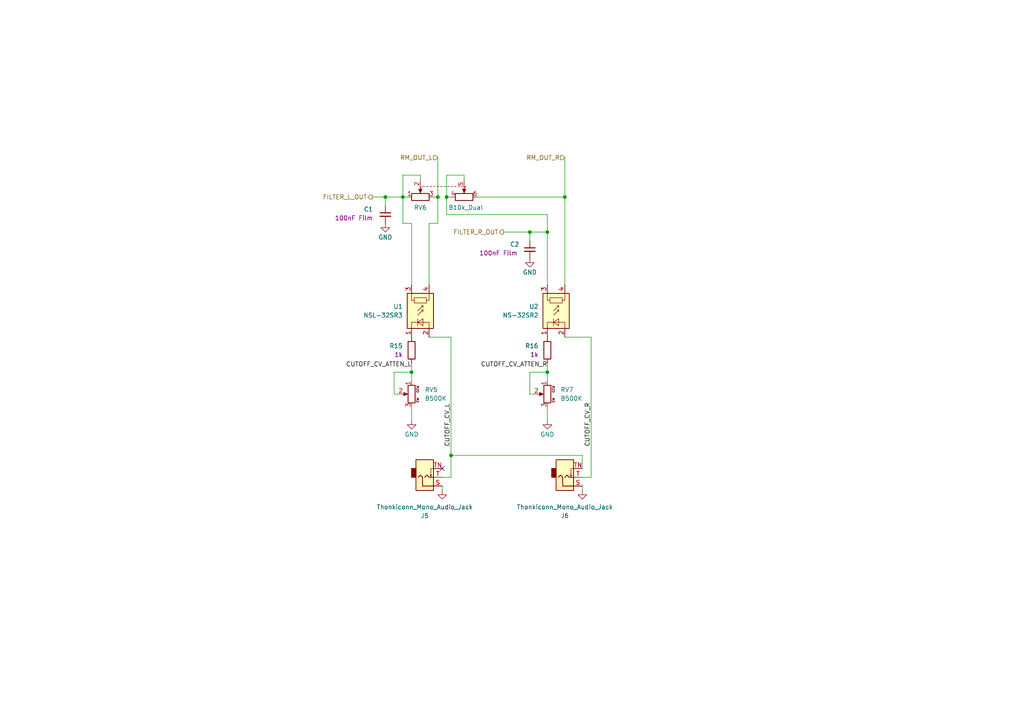
<source format=kicad_sch>
(kicad_sch (version 20250114) (generator "eeschema") (generator_version "9.0")
  (paper "A4")
  (lib_symbols
    (symbol "Isolator:VTL5C" (pin_names (offset 1.016) (hide yes))
      (property "Reference" "U" (at 0 5.08 0))
      (property "Value" "VTL5C" (at 0 -5.08 0))
      (symbol "VTL5C_0_1"
        (rectangle (start -5.08 3.81) (end 5.08 -3.81) (stroke (width 0.254)) (fill (type background)))
        (polyline (pts (xy -5.08 -2.54) (xy -3.302 -2.54) (xy -3.302 2.54) (xy -5.08 2.54)))
        (polyline (pts (xy -4.318 0.762) (xy -2.286 0.762)))
        (polyline (pts (xy -1.27 0.762) (xy 0.254 -0.762)))
        (polyline (pts (xy 0 0.762) (xy 1.524 -0.762)))
        (polyline (pts (xy 0.254 -0.254) (xy 0.254 -0.762) (xy -0.254 -0.762)))
        (polyline (pts (xy 1.524 -0.254) (xy 1.524 -0.762) (xy 1.016 -0.762)))
        (rectangle (start 2.286 1.778) (end 3.81 -1.778))
        (polyline (pts (xy 3.048 1.778) (xy 3.048 2.54) (xy 5.08 2.54)))
        (polyline (pts (xy 3.048 -1.778) (xy 3.048 -2.54) (xy 5.08 -2.54)))
      )
      (symbol "VTL5C_1_1"
        (polyline (pts (xy -4.318 -0.762) (xy -3.302 0.762) (xy -2.286 -0.762) (xy -4.318 -0.762)))
        (pin passive line (at -7.62 2.54 0) (length 2.54) (name "-") (number "1"))
        (pin passive line (at -7.62 -2.54 0) (length 2.54) (name "+") (number "2"))
        (pin passive line (at 7.62 2.54 180) (length 2.54) (name "~") (number "3"))
        (pin passive line (at 7.62 -2.54 180) (length 2.54) (name "~") (number "4"))
      )
    )
    (symbol "Lichen:100nF_Film_1210_16V" (pin_numbers (hide yes)) (pin_names (offset 0.254) (hide yes))
      (property "Reference" "C1" (at 3.556 1.524 0))
      (property "Display" "100nF Film" (at 3.556 -1.016 0))
      (symbol "100nF_Film_1210_16V_0_1"
        (polyline (pts (xy -1.524 0.508) (xy 1.524 0.508)) (stroke (width 0.3048)))
        (polyline (pts (xy -1.524 -0.508) (xy 1.524 -0.508)) (stroke (width 0.3302)))
      )
      (symbol "100nF_Film_1210_16V_1_1"
        (pin passive line (at 0 2.54 270) (length 2.032) (name "~") (number "1"))
        (pin passive line (at 0 -2.54 90) (length 2.032) (name "~") (number "2"))
      )
    )
    (symbol "Lichen:10K_Potentiometer_Dual_Gang_Alpha_RD902F" (pin_names (offset 1.016) (hide yes))
      (property "Reference" "RV8" (at -1.27 -7.112 90))
      (property "Value" "B10k_Dual" (at 1.27 -7.112 90))
      (symbol "10K_Potentiometer_Dual_Gang_Alpha_RD902F_0_1"
        (rectangle (start -8.89 -1.524) (end -3.81 -3.556) (stroke (width 0.254)))
        (polyline (pts (xy -6.35 0) (xy -6.35 -1.016)))
        (polyline (pts (xy -6.35 0) (xy -6.35 -1.016)))
        (polyline (pts (xy -6.35 0) (xy -5.842 0.508)))
        (polyline (pts (xy -6.35 -1.397) (xy -6.858 -0.254) (xy -5.842 -0.254) (xy -6.35 -1.397)) (fill (type outline)))
        (polyline (pts (xy -5.588 0.508) (xy -5.08 0.508)))
        (polyline (pts (xy -4.572 0.508) (xy -4.064 0.508)))
        (polyline (pts (xy -3.556 0.508) (xy -3.048 0.508)))
        (polyline (pts (xy -2.54 0.508) (xy -2.032 0.508)))
        (polyline (pts (xy -1.524 0.508) (xy -1.016 0.508)))
        (polyline (pts (xy -0.508 0.508) (xy 0 0.508)))
        (polyline (pts (xy 0.508 0.508) (xy 1.016 0.508)))
        (polyline (pts (xy 1.524 0.508) (xy 2.032 0.508)))
        (polyline (pts (xy 2.54 0.508) (xy 3.048 0.508)))
        (polyline (pts (xy 3.556 0.508) (xy 4.064 0.508)))
        (rectangle (start 3.81 -1.524) (end 8.89 -3.556) (stroke (width 0.254)))
        (polyline (pts (xy 4.572 0.508) (xy 5.08 0.508)))
        (polyline (pts (xy 5.588 0.508) (xy 6.096 0.508)))
        (polyline (pts (xy 6.35 0) (xy 6.35 -1.016)))
        (polyline (pts (xy 6.35 0) (xy 6.35 -1.016)))
        (polyline (pts (xy 6.35 -1.397) (xy 5.842 -0.254) (xy 6.858 -0.254) (xy 6.35 -1.397)) (fill (type outline)))
        (polyline (pts (xy 6.604 0.508) (xy 6.858 0.508) (xy 6.35 0)))
      )
      (symbol "10K_Potentiometer_Dual_Gang_Alpha_RD902F_1_1"
        (pin passive line (at -10.16 -2.54 0) (length 1.27) (name "1") (number "1"))
        (pin passive line (at -6.35 2.54 270) (length 2.54) (name "2") (number "2"))
        (pin passive line (at -2.54 -2.54 180) (length 1.27) (name "3") (number "3"))
        (pin passive line (at 2.54 -2.54 0) (length 1.27) (name "4") (number "4"))
        (pin passive line (at 6.35 2.54 270) (length 2.54) (name "5") (number "5"))
        (pin passive line (at 10.16 -2.54 180) (length 1.27) (name "6") (number "6"))
      )
    )
    (symbol "Lichen:1k_0603" (pin_numbers (hide yes)) (pin_names (offset 0))
      (property "Reference" "R8" (at 6.35 0 90))
      (property "Display" "1k" (at 3.81 0 90))
      (symbol "1k_0603_0_1"
        (rectangle (start -1.016 -2.54) (end 1.016 2.54) (stroke (width 0.254)))
      )
      (symbol "1k_0603_1_1"
        (pin passive line (at 0 3.81 270) (length 1.27) (name "~") (number "1"))
        (pin passive line (at 0 -3.81 90) (length 1.27) (name "~") (number "2"))
      )
    )
    (symbol "Lichen:R_Potentiometer" (pin_names (offset 1.016) (hide yes))
      (property "Reference" "RV1" (at -2.54 -1.2701 0))
      (property "Value" "B10K" (at -2.54 1.2699 0))
      (symbol "R_Potentiometer_0_1"
        (rectangle (start 1.016 2.54) (end -1.016 -2.54) (stroke (width 0.254)))
        (polyline (pts (xy 1.143 0) (xy 2.286 0.508) (xy 2.286 -0.508) (xy 1.143 0)) (fill (type outline)))
        (polyline (pts (xy 2.54 0) (xy 1.524 0)))
      )
      (symbol "R_Potentiometer_1_1"
        (text "CCW" (at -1.778 2.54 900) (effects (font (size 0.635 0.635)) (justify right)))
        (text "CW" (at -1.778 -2.54 900) (effects (font (size 0.635 0.635)) (justify left)))
        (pin passive line (at 0 3.81 270) (length 1.27) (name "1") (number "1"))
        (pin passive line (at 0 -3.81 90) (length 1.27) (name "3") (number "3"))
        (pin passive line (at 3.81 0 180) (length 1.27) (name "2") (number "2"))
      )
    )
    (symbol "Lichen:Thonkiconn_Mono_Audio_Jack"
      (property "Reference" "J1" (at -7.366 1.016 0))
      (property "Value" "Thonkiconn_Mono_Audio_Jack" (at -7.366 -1.524 0))
      (symbol "Thonkiconn_Mono_Audio_Jack_0_1"
        (rectangle (start -2.54 0) (end -3.81 -2.54) (stroke (width 0.254)) (fill (type outline)))
        (polyline (pts (xy 0 0) (xy 0.635 -0.635) (xy 1.27 0) (xy 2.54 0)) (stroke (width 0.254)))
        (polyline (pts (xy 1.778 -0.254) (xy 2.032 -0.762)))
        (rectangle (start 2.54 3.81) (end -2.54 -5.08) (stroke (width 0.254)) (fill (type background)))
        (polyline (pts (xy 2.54 2.54) (xy -0.635 2.54) (xy -0.635 0) (xy -1.27 -0.635) (xy -1.905 0)) (stroke (width 0.254)))
        (polyline (pts (xy 2.54 -2.54) (xy 1.778 -2.54) (xy 1.778 -0.254) (xy 1.524 -0.762)))
      )
      (symbol "Thonkiconn_Mono_Audio_Jack_1_1"
        (pin passive line (at 5.08 2.54 180) (length 2.54) (name "~") (number "S"))
        (pin passive line (at 5.08 0 180) (length 2.54) (name "~") (number "T"))
        (pin passive line (at 5.08 -2.54 180) (length 2.54) (name "~") (number "TN"))
      )
    )
    (symbol "power:GND" (power) (pin_numbers (hide yes)) (pin_names (offset 0) (hide yes))
      (property "Value" "GND" (at 0 -3.81 0))
      (symbol "GND_0_1"
        (polyline (pts (xy 0 0) (xy 0 -1.27) (xy 1.27 -1.27) (xy 0 -2.54) (xy -1.27 -1.27) (xy 0 -1.27)))
      )
      (symbol "GND_1_1"
        (pin power_in line (at 0 0 270) (length 0) (name "~") (number "1"))
      )
    )
  )
  (junction (at 116.84 57.15))
  (junction (at 111.76 57.15))
  (junction (at 158.75 67.31))
  (junction (at 130.81 132.08))
  (junction (at 158.75 107.95))
  (junction (at 129.54 57.15))
  (junction (at 163.83 57.15))
  (junction (at 127 57.15))
  (junction (at 119.38 107.95))
  (junction (at 153.67 67.31))
  (no_connect (at 128.27 135.89))
  (wire (pts (xy 153.67 114.3) (xy 154.94 114.3)))
  (wire (pts (xy 114.3 114.3) (xy 115.57 114.3)))
  (wire (pts (xy 153.67 107.95) (xy 158.75 107.95)))
  (wire (pts (xy 119.38 110.49) (xy 119.38 107.95)))
  (wire (pts (xy 134.62 50.8) (xy 134.62 52.07)))
  (wire (pts (xy 130.81 132.08) (xy 130.81 138.43)))
  (wire (pts (xy 129.54 62.23) (xy 129.54 57.15)))
  (wire (pts (xy 116.84 57.15) (xy 111.76 57.15)))
  (wire (pts (xy 114.3 107.95) (xy 119.38 107.95)))
  (wire (pts (xy 168.91 132.08) (xy 130.81 132.08)))
  (wire (pts (xy 168.91 132.08) (xy 168.91 135.89)))
  (wire (pts (xy 153.67 67.31) (xy 146.05 67.31)))
  (wire (pts (xy 171.45 138.43) (xy 168.91 138.43)))
  (wire (pts (xy 153.67 69.85) (xy 153.67 67.31)))
  (wire (pts (xy 121.92 50.8) (xy 116.84 50.8)))
  (wire (pts (xy 158.75 110.49) (xy 158.75 107.95)))
  (wire (pts (xy 153.67 114.3) (xy 153.67 107.95)))
  (wire (pts (xy 124.46 64.77) (xy 124.46 82.55)))
  (wire (pts (xy 116.84 50.8) (xy 116.84 57.15)))
  (wire (pts (xy 130.81 97.79) (xy 124.46 97.79)))
  (wire (pts (xy 158.75 121.92) (xy 158.75 118.11)))
  (wire (pts (xy 168.91 142.24) (xy 168.91 140.97)))
  (wire (pts (xy 158.75 62.23) (xy 129.54 62.23)))
  (wire (pts (xy 116.84 64.77) (xy 116.84 57.15)))
  (wire (pts (xy 111.76 57.15) (xy 107.95 57.15)))
  (wire (pts (xy 130.81 138.43) (xy 128.27 138.43)))
  (wire (pts (xy 124.46 64.77) (xy 127 64.77)))
  (wire (pts (xy 119.38 107.95) (xy 119.38 105.41)))
  (wire (pts (xy 119.38 64.77) (xy 116.84 64.77)))
  (wire (pts (xy 127 64.77) (xy 127 57.15)))
  (wire (pts (xy 119.38 121.92) (xy 119.38 118.11)))
  (wire (pts (xy 171.45 97.79) (xy 171.45 138.43)))
  (wire (pts (xy 134.62 50.8) (xy 129.54 50.8)))
  (wire (pts (xy 111.76 57.15) (xy 111.76 59.69)))
  (wire (pts (xy 127 45.72) (xy 127 57.15)))
  (wire (pts (xy 114.3 114.3) (xy 114.3 107.95)))
  (wire (pts (xy 128.27 142.24) (xy 128.27 140.97)))
  (wire (pts (xy 158.75 107.95) (xy 158.75 105.41)))
  (wire (pts (xy 163.83 45.72) (xy 163.83 57.15)))
  (wire (pts (xy 127 57.15) (xy 125.73 57.15)))
  (wire (pts (xy 171.45 97.79) (xy 163.83 97.79)))
  (wire (pts (xy 116.84 57.15) (xy 118.11 57.15)))
  (wire (pts (xy 121.92 50.8) (xy 121.92 52.07)))
  (wire (pts (xy 138.43 57.15) (xy 163.83 57.15)))
  (wire (pts (xy 130.81 97.79) (xy 130.81 132.08)))
  (wire (pts (xy 129.54 50.8) (xy 129.54 57.15)))
  (wire (pts (xy 158.75 67.31) (xy 158.75 82.55)))
  (wire (pts (xy 129.54 57.15) (xy 130.81 57.15)))
  (wire (pts (xy 163.83 57.15) (xy 163.83 82.55)))
  (wire (pts (xy 158.75 67.31) (xy 153.67 67.31)))
  (wire (pts (xy 158.75 67.31) (xy 158.75 62.23)))
  (wire (pts (xy 119.38 64.77) (xy 119.38 82.55)))
  (label "CUTOFF_CV_ATTEN_R" (at 158.75 106.68 180))
  (label "CUTOFF_CV_R" (at 171.45 129.54 90))
  (label "CUTOFF_CV_L" (at 130.81 129.54 90))
  (label "CUTOFF_CV_ATTEN_L" (at 119.38 106.68 180))
  (hierarchical_label "FILTER_L_OUT" (shape output) (at 107.95 57.15 180))
  (hierarchical_label "RM_OUT_R" (shape input) (at 163.83 45.72 180))
  (hierarchical_label "RM_OUT_L" (shape input) (at 127 45.72 180))
  (hierarchical_label "FILTER_R_OUT" (shape output) (at 146.05 67.31 180))
  (symbol (lib_id "Lichen:Thonkiconn_Mono_Audio_Jack") (at 163.83 138.43 0) (mirror x) (unit 1) (in_bom no)
    (property "Reference" "J6" (at 163.83 149.606 0))
    (property "Value" "Thonkiconn_Mono_Audio_Jack" (at 163.83 147.066 0))
    (property "Footprint" "Lichen:Audio_Jack_Thonkiconn_Mono" (effects (hide yes)))
    (property "Datasheet" "https://www.thonk.co.uk/wp-content/uploads/2018/07/Thonkiconn_Jack_Datasheet-new.jpg" (effects (hide yes)))
    (property "Description" "Audio Jack, 2 Poles (Mono / TS), Switched T Pole (Normalling)" (effects (hide yes)))
    (property "Manufacturer" "WQP" (effects (hide yes)))
    (property "Part Number" "WQP518MA/PJ398SM" (effects (hide yes)))
  )
  (symbol (lib_id "power:GND") (at 119.38 121.92 0) (mirror y) (unit 1)
    (property "Reference" "#PWR030" (effects (hide yes)))
    (property "Value" "GND" (at 119.38 125.984 0))
    (property "Description" "Power symbol creates a global label with name \"GND\" , ground" (effects (hide yes)))
  )
  (symbol (lib_id "Lichen:100nF_Film_1210_16V") (at 153.67 72.39 0) (mirror y) (unit 1)
    (property "Reference" "C2" (at 150.622 70.866 0) (effects (justify left)))
    (property "Value" "100nF Film" (effects (hide yes)))
    (property "Footprint" "Lichen:C_1210" (effects (hide yes)))
    (property "Datasheet" "https://jlcpcb.com/api/file/downloadByFileSystemAccessId/8588920014342926336" (effects (hide yes)))
    (property "Description" "100nF 16V Metallized PPS ±2% 1210 Film" (effects (hide yes)))
    (property "Manufacturer" "Panasonic" (effects (hide yes)))
    (property "Part Number" "ECHU1C104GX5 " (effects (hide yes)))
    (property "Display" "100nF Film" (at 150.114 73.406 0) (effects (justify left)))
    (property "LCSC" "C569766" (effects (hide yes)))
  )
  (symbol (lib_id "power:GND") (at 128.27 142.24 0) (unit 1)
    (property "Reference" "#PWR031" (effects (hide yes)))
    (property "Value" "GND" (effects (hide yes)))
    (property "Description" "Power symbol creates a global label with name \"GND\" , ground" (effects (hide yes)))
  )
  (symbol (lib_id "Lichen:10K_Potentiometer_Dual_Gang_Alpha_RD902F") (at 128.27 54.61 0) (unit 1) (in_bom no)
    (property "Reference" "RV6" (at 121.92 60.198 0))
    (property "Value" "B10k_Dual" (at 135.128 60.198 0))
    (property "Footprint" "Lichen:Potentiometer_Alpha_RD902F-40-00D_Dual_Vertical" (effects (hide yes)))
    (property "Datasheet" "https://www.thonk.co.uk/shop/alpha-9mm-pots-vert-t18-dual-gang/" (effects (hide yes)))
    (property "Description" "Dual potentiometer" (effects (hide yes)))
    (property "Manufacturer" "Alpha" (effects (hide yes)))
    (property "Part Number" "RD90F-40" (effects (hide yes)))
  )
  (symbol (lib_id "power:GND") (at 158.75 121.92 0) (mirror y) (unit 1)
    (property "Reference" "#PWR033" (effects (hide yes)))
    (property "Value" "GND" (at 158.75 125.984 0))
    (property "Description" "Power symbol creates a global label with name \"GND\" , ground" (effects (hide yes)))
  )
  (symbol (lib_id "Lichen:Thonkiconn_Mono_Audio_Jack") (at 123.19 138.43 0) (mirror x) (unit 1) (in_bom no)
    (property "Reference" "J5" (at 123.19 149.606 0))
    (property "Value" "Thonkiconn_Mono_Audio_Jack" (at 123.19 147.066 0))
    (property "Footprint" "Lichen:Audio_Jack_Thonkiconn_Mono" (effects (hide yes)))
    (property "Datasheet" "https://www.thonk.co.uk/wp-content/uploads/2018/07/Thonkiconn_Jack_Datasheet-new.jpg" (effects (hide yes)))
    (property "Description" "Audio Jack, 2 Poles (Mono / TS), Switched T Pole (Normalling)" (effects (hide yes)))
    (property "Manufacturer" "WQP" (effects (hide yes)))
    (property "Part Number" "WQP518MA/PJ398SM" (effects (hide yes)))
  )
  (symbol (lib_id "Lichen:R_Potentiometer") (at 119.38 114.3 0) (mirror y) (unit 1) (in_bom no)
    (property "Reference" "RV5" (at 123.19 113.0299 0) (effects (justify right)))
    (property "Value" "B500K" (at 123.19 115.5699 0) (effects (justify right)))
    (property "Footprint" "Lichen:Potentiometer_Alpha_RD901_Eurorack" (effects (hide yes)))
    (property "Datasheet" "https://www.thonk.co.uk/wp-content/uploads/2017/12/Alpha-9mm-Vertical-T18-RD901F-40-15K-B50K-0057.pdf" (effects (hide yes)))
    (property "Description" "Alpha RD901 Vertical Snap-In Potentiometer" (effects (hide yes)))
    (property "Part Number" "RD901F-40" (effects (hide yes)))
    (property "Manufacturer" "Taiwan Alpha Electronic" (effects (hide yes)))
  )
  (symbol (lib_id "Isolator:VTL5C") (at 121.92 90.17 90) (unit 1) (in_bom no)
    (property "Reference" "U1" (at 116.84 88.8999 90) (effects (justify left)))
    (property "Value" "NSL-32SR3" (at 116.84 91.4399 90) (effects (justify left)))
    (property "Footprint" "Lichen:NSL-32" (effects (hide yes)))
    (property "Datasheet" "https://mm.digikey.com/Volume0/opasdata/d220001/medias/docus/1088/NSL-32SR3.pdf" (effects (hide yes)))
    (property "Description" "Low Cost Axial Vactrols" (effects (hide yes)))
  )
  (symbol (lib_id "power:GND") (at 168.91 142.24 0) (mirror y) (unit 1)
    (property "Reference" "#PWR034" (effects (hide yes)))
    (property "Value" "GND" (effects (hide yes)))
    (property "Description" "Power symbol creates a global label with name \"GND\" , ground" (effects (hide yes)))
  )
  (symbol (lib_id "Isolator:VTL5C") (at 161.29 90.17 90) (unit 1) (in_bom no)
    (property "Reference" "U2" (at 156.21 88.8999 90) (effects (justify left)))
    (property "Value" "NS-32SR2" (at 156.21 91.4399 90) (effects (justify left)))
    (property "Footprint" "Lichen:NSL-32" (effects (hide yes)))
    (property "Datasheet" "https://mm.digikey.com/Volume0/opasdata/d220001/medias/docus/1088/NSL-32SR3.pdf" (effects (hide yes)))
    (property "Description" "Low Cost Axial Vactrols" (effects (hide yes)))
  )
  (symbol (lib_id "Lichen:100nF_Film_1210_16V") (at 111.76 62.23 0) (mirror y) (unit 1)
    (property "Reference" "C1" (at 108.204 60.706 0) (effects (justify left)))
    (property "Value" "100nF Film" (effects (hide yes)))
    (property "Footprint" "Lichen:C_1210" (effects (hide yes)))
    (property "Datasheet" "https://jlcpcb.com/api/file/downloadByFileSystemAccessId/8588920014342926336" (effects (hide yes)))
    (property "Description" "100nF 16V Metallized PPS ±2% 1210 Film" (effects (hide yes)))
    (property "Manufacturer" "Panasonic" (effects (hide yes)))
    (property "Part Number" "ECHU1C104GX5 " (effects (hide yes)))
    (property "Display" "100nF Film" (at 108.204 63.246 0) (effects (justify left)))
    (property "LCSC" "C569766" (effects (hide yes)))
  )
  (symbol (lib_id "power:GND") (at 153.67 74.93 0) (mirror y) (unit 1)
    (property "Reference" "#PWR032" (effects (hide yes)))
    (property "Value" "GND" (at 153.67 78.994 0))
    (property "Description" "Power symbol creates a global label with name \"GND\" , ground" (effects (hide yes)))
  )
  (symbol (lib_id "power:GND") (at 111.76 64.77 0) (mirror y) (unit 1)
    (property "Reference" "#PWR029" (effects (hide yes)))
    (property "Value" "GND" (at 111.76 68.834 0))
    (property "Description" "Power symbol creates a global label with name \"GND\" , ground" (effects (hide yes)))
  )
  (symbol (lib_id "Lichen:R_Potentiometer") (at 158.75 114.3 0) (mirror y) (unit 1) (in_bom no)
    (property "Reference" "RV7" (at 162.56 113.0299 0) (effects (justify right)))
    (property "Value" "B500K" (at 162.56 115.5699 0) (effects (justify right)))
    (property "Footprint" "Lichen:Potentiometer_Alpha_RD901_Eurorack" (effects (hide yes)))
    (property "Datasheet" "https://www.thonk.co.uk/wp-content/uploads/2017/12/Alpha-9mm-Vertical-T18-RD901F-40-15K-B50K-0057.pdf" (effects (hide yes)))
    (property "Description" "Alpha RD901 Vertical Snap-In Potentiometer" (effects (hide yes)))
    (property "Part Number" "RD901F-40" (effects (hide yes)))
    (property "Manufacturer" "Taiwan Alpha Electronic" (effects (hide yes)))
  )
  (symbol (lib_id "Lichen:1k_0603") (at 158.75 101.6 0) (mirror x) (unit 1)
    (property "Reference" "R16" (at 156.21 100.3299 0) (effects (justify right)))
    (property "Value" "1k_0603" (effects (hide yes)))
    (property "Footprint" "Lichen:R_0603" (effects (hide yes)))
    (property "Datasheet" "https://www.lcsc.com/datasheet/lcsc_datasheet_2206010130_UNI-ROYAL-Uniroyal-Elec-0603WAF1001T5E_C21190.pdf" (effects (hide yes)))
    (property "Description" "1K, 1%, 1/10W, 0603" (effects (hide yes)))
    (property "Manufacturer" "UNI-ROYAL" (effects (hide yes)))
    (property "Part Number" "0603WAF1001T5E" (effects (hide yes)))
    (property "Display" "1k" (at 156.21 102.8699 0) (effects (justify right)))
    (property "LCSC" "C21190" (effects (hide yes)))
  )
  (symbol (lib_id "Lichen:1k_0603") (at 119.38 101.6 0) (mirror x) (unit 1)
    (property "Reference" "R15" (at 116.84 100.3299 0) (effects (justify right)))
    (property "Value" "1k_0603" (effects (hide yes)))
    (property "Footprint" "Lichen:R_0603" (effects (hide yes)))
    (property "Datasheet" "https://www.lcsc.com/datasheet/lcsc_datasheet_2206010130_UNI-ROYAL-Uniroyal-Elec-0603WAF1001T5E_C21190.pdf" (effects (hide yes)))
    (property "Description" "1K, 1%, 1/10W, 0603" (effects (hide yes)))
    (property "Manufacturer" "UNI-ROYAL" (effects (hide yes)))
    (property "Part Number" "0603WAF1001T5E" (effects (hide yes)))
    (property "Display" "1k" (at 116.84 102.8699 0) (effects (justify right)))
    (property "LCSC" "C21190" (effects (hide yes)))
  )
)
</source>
